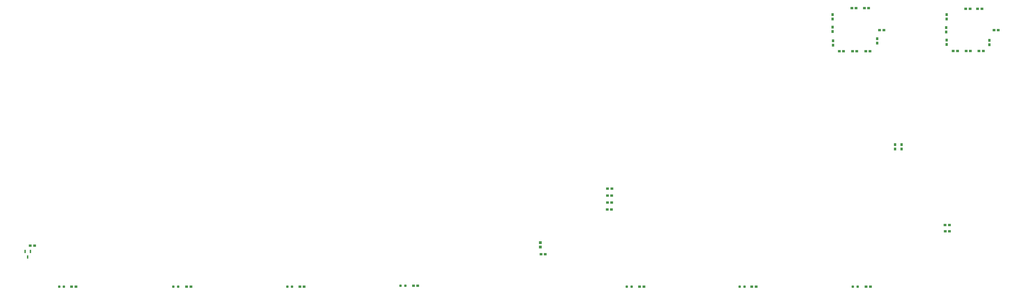
<source format=gtp>
G04*
G04 #@! TF.GenerationSoftware,Altium Limited,Altium Designer,19.1.3 (30)*
G04*
G04 Layer_Color=8421504*
%FSLAX25Y25*%
%MOIN*%
G70*
G01*
G75*
%ADD16R,0.03937X0.03740*%
%ADD17R,0.03937X0.03937*%
G04:AMPARAMS|DCode=18|XSize=31.5mil|YSize=31.5mil|CornerRadius=3.94mil|HoleSize=0mil|Usage=FLASHONLY|Rotation=180.000|XOffset=0mil|YOffset=0mil|HoleType=Round|Shape=RoundedRectangle|*
%AMROUNDEDRECTD18*
21,1,0.03150,0.02362,0,0,180.0*
21,1,0.02362,0.03150,0,0,180.0*
1,1,0.00787,-0.01181,0.01181*
1,1,0.00787,0.01181,0.01181*
1,1,0.00787,0.01181,-0.01181*
1,1,0.00787,-0.01181,-0.01181*
%
%ADD18ROUNDEDRECTD18*%
%ADD19R,0.02200X0.04800*%
%ADD20R,0.03740X0.03937*%
D16*
X783650Y67500D02*
D03*
X777350D02*
D03*
X1250150Y21000D02*
D03*
X1243850D02*
D03*
X1086150D02*
D03*
X1079850D02*
D03*
X925150D02*
D03*
X918850D02*
D03*
X600641Y22181D02*
D03*
X594342D02*
D03*
X437650Y21000D02*
D03*
X431350D02*
D03*
X275150D02*
D03*
X268850D02*
D03*
X110150D02*
D03*
X103850D02*
D03*
X50799Y80000D02*
D03*
X44500D02*
D03*
X1363500Y109500D02*
D03*
X1357201D02*
D03*
X1357350Y100500D02*
D03*
X1363650D02*
D03*
X879150Y162000D02*
D03*
X872850D02*
D03*
X879000Y152000D02*
D03*
X872701D02*
D03*
X879000Y142000D02*
D03*
X872701D02*
D03*
X878650Y132000D02*
D03*
X872350D02*
D03*
X1269500Y390000D02*
D03*
X1263201D02*
D03*
X1211650Y359500D02*
D03*
X1205350D02*
D03*
X1249650D02*
D03*
X1243350D02*
D03*
X1230650D02*
D03*
X1224350D02*
D03*
X1427350Y390000D02*
D03*
X1433650D02*
D03*
X1405850Y360000D02*
D03*
X1412150D02*
D03*
X1387350D02*
D03*
X1393650D02*
D03*
X1368850D02*
D03*
X1375150D02*
D03*
X1393150Y420500D02*
D03*
X1386850D02*
D03*
X1229650Y421500D02*
D03*
X1223350D02*
D03*
X1410150Y420500D02*
D03*
X1403850D02*
D03*
X1247650Y421500D02*
D03*
X1241350D02*
D03*
D17*
X776500Y77850D02*
D03*
Y84150D02*
D03*
D18*
X1231693Y21000D02*
D03*
X1225000D02*
D03*
X1069347D02*
D03*
X1062654D02*
D03*
X907347D02*
D03*
X900653D02*
D03*
X582685Y22181D02*
D03*
X575992D02*
D03*
X420193Y21000D02*
D03*
X413500D02*
D03*
X256693D02*
D03*
X250000D02*
D03*
X93000D02*
D03*
X86307D02*
D03*
D19*
X41000Y63480D02*
D03*
X37260Y71520D02*
D03*
X44740D02*
D03*
D20*
X1260000Y377650D02*
D03*
Y371350D02*
D03*
X1196000Y405850D02*
D03*
Y412150D02*
D03*
Y387850D02*
D03*
Y394150D02*
D03*
X1196500Y368350D02*
D03*
Y374650D02*
D03*
X1421000Y368850D02*
D03*
Y375150D02*
D03*
X1359500Y375650D02*
D03*
Y369350D02*
D03*
X1359000Y393650D02*
D03*
Y387350D02*
D03*
X1359500Y412150D02*
D03*
Y405850D02*
D03*
X1295000Y218850D02*
D03*
Y225150D02*
D03*
X1285500Y218850D02*
D03*
Y225150D02*
D03*
M02*

</source>
